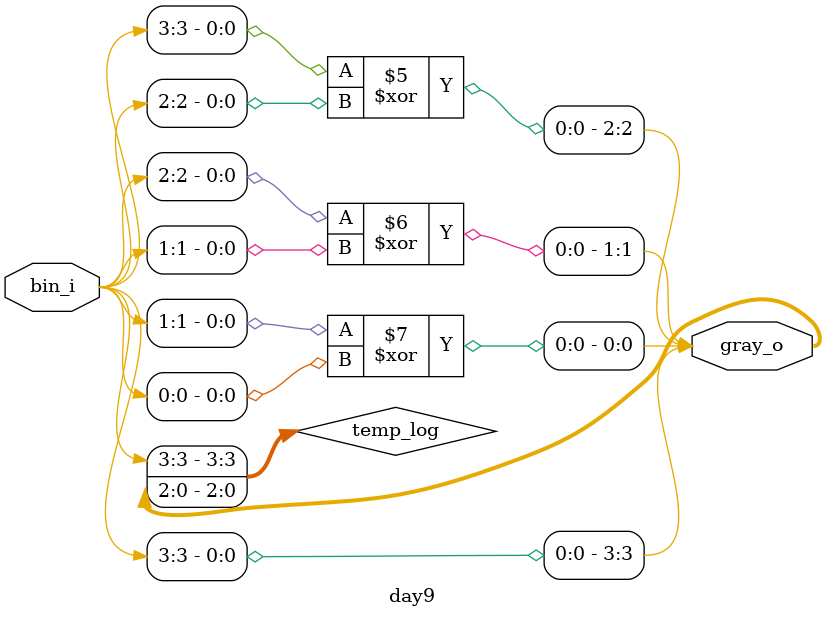
<source format=sv>


module day9 #(
  parameter VEC_W = 4
)(
  input     wire[VEC_W-1:0] bin_i,
  output    wire[VEC_W-1:0] gray_o

);
  logic[VEC_W-1:0] temp_log;
  
  always_comb begin
    for (int i=VEC_W-1; i>=0; i--) begin
      if (i == VEC_W-1)				//MSB is always copied from the input
        temp_log[i] = bin_i[i];
      else									////for each other bit, calc using xor on adjacent input bits
        temp_log[i] = bin_i[i+1]^bin_i[i];
    end   
  end
  //connect between temp_log to wire since, wires cannot be assign inside always_comb
  assign gray_o = temp_log;

endmodule

</source>
